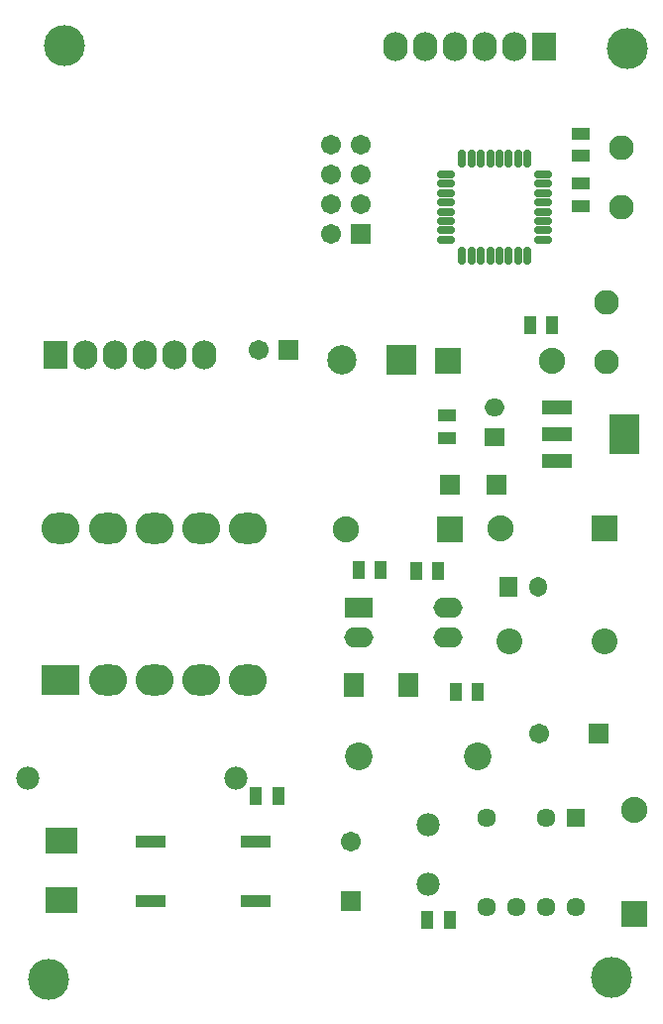
<source format=gts>
G04*
G04 #@! TF.GenerationSoftware,Altium Limited,Altium Designer,21.0.9 (235)*
G04*
G04 Layer_Color=8388736*
%FSTAX24Y24*%
%MOIN*%
G70*
G04*
G04 #@! TF.SameCoordinates,7FC3A568-097F-4849-A274-7F7CC5E3089F*
G04*
G04*
G04 #@! TF.FilePolarity,Negative*
G04*
G01*
G75*
%ADD32R,0.0992X0.0440*%
%ADD35R,0.0592X0.0434*%
%ADD36R,0.0434X0.0592*%
%ADD37R,0.1025X0.1379*%
%ADD38R,0.1025X0.0474*%
%ADD39R,0.0680X0.0680*%
%ADD40R,0.0710X0.0789*%
%ADD41O,0.0611X0.0297*%
%ADD42O,0.0297X0.0611*%
%ADD43R,0.0986X0.0986*%
%ADD44C,0.0986*%
%ADD45O,0.0671X0.0592*%
%ADD46R,0.0671X0.0592*%
%ADD47R,0.0880X0.0880*%
%ADD48C,0.0880*%
%ADD49R,0.0592X0.0671*%
%ADD50O,0.0592X0.0671*%
%ADD51O,0.0980X0.0680*%
%ADD52R,0.0980X0.0680*%
%ADD53R,0.0671X0.0671*%
%ADD54C,0.0671*%
%ADD55C,0.0930*%
%ADD56C,0.0635*%
%ADD57R,0.0635X0.0635*%
%ADD58C,0.0780*%
%ADD59R,0.0671X0.0671*%
%ADD60C,0.1379*%
%ADD61R,0.1281X0.1045*%
%ADD62O,0.1281X0.1045*%
%ADD63C,0.0867*%
%ADD64R,0.1064X0.0867*%
%ADD65O,0.0830X0.0980*%
%ADD66R,0.0830X0.0980*%
%ADD67C,0.0830*%
%ADD68R,0.0880X0.0880*%
D32*
X034273Y017337D02*
D03*
Y019337D02*
D03*
X037814D02*
D03*
Y017337D02*
D03*
D35*
X04874Y042382D02*
D03*
Y04313D02*
D03*
Y040709D02*
D03*
Y041457D02*
D03*
X044242Y033652D02*
D03*
Y032904D02*
D03*
D36*
X047785Y036693D02*
D03*
X047037D02*
D03*
X04126Y028455D02*
D03*
X042008D02*
D03*
X043947Y028435D02*
D03*
X043199D02*
D03*
X038553Y020866D02*
D03*
X037805D02*
D03*
X043583Y016703D02*
D03*
X044331D02*
D03*
X044528Y02437D02*
D03*
X045276D02*
D03*
D37*
X050217Y033031D02*
D03*
D38*
X047933Y032126D02*
D03*
Y033031D02*
D03*
Y033937D02*
D03*
D39*
X045901Y031329D02*
D03*
X044331Y031339D02*
D03*
D40*
X042943Y024587D02*
D03*
X041093D02*
D03*
D41*
X04748Y039567D02*
D03*
Y039882D02*
D03*
Y040197D02*
D03*
Y040512D02*
D03*
Y040827D02*
D03*
Y041142D02*
D03*
Y041457D02*
D03*
Y041772D02*
D03*
X044213D02*
D03*
Y041457D02*
D03*
Y041142D02*
D03*
Y040827D02*
D03*
Y040512D02*
D03*
Y040197D02*
D03*
Y039882D02*
D03*
Y039567D02*
D03*
D42*
X046949Y042303D02*
D03*
X046634D02*
D03*
X046319D02*
D03*
X046004D02*
D03*
X045689D02*
D03*
X045374D02*
D03*
X045059D02*
D03*
X044744D02*
D03*
Y039035D02*
D03*
X045059D02*
D03*
X045374D02*
D03*
X045689D02*
D03*
X046004D02*
D03*
X046319D02*
D03*
X046634D02*
D03*
X046949D02*
D03*
D43*
X042687Y035522D02*
D03*
D44*
X040718D02*
D03*
D45*
X045837Y033923D02*
D03*
D46*
Y032923D02*
D03*
D47*
X044327Y029823D02*
D03*
X049537Y029872D02*
D03*
X044285Y035512D02*
D03*
D48*
X040827Y029823D02*
D03*
X046037Y029872D02*
D03*
X047785Y035512D02*
D03*
X050522Y020409D02*
D03*
D49*
X046289Y027904D02*
D03*
D50*
X047289D02*
D03*
D51*
X044272Y027185D02*
D03*
Y026185D02*
D03*
X041272D02*
D03*
D52*
Y027185D02*
D03*
D53*
X049337Y022972D02*
D03*
X038907Y035846D02*
D03*
D54*
X047337Y022972D02*
D03*
X041004Y019317D02*
D03*
X037907Y035846D02*
D03*
X040325Y042772D02*
D03*
X041325D02*
D03*
X040325Y041772D02*
D03*
X041325D02*
D03*
X040325Y040772D02*
D03*
X041325D02*
D03*
X040325Y039772D02*
D03*
D55*
X045276Y022205D02*
D03*
X041276D02*
D03*
D56*
X045579Y020128D02*
D03*
X047579D02*
D03*
X045579Y017128D02*
D03*
X046579D02*
D03*
X047579D02*
D03*
X048579D02*
D03*
D57*
Y020128D02*
D03*
D58*
X043602Y019884D02*
D03*
Y017884D02*
D03*
X037124Y021466D02*
D03*
X030124D02*
D03*
D59*
X041004Y017317D02*
D03*
X041325Y039772D02*
D03*
D60*
X030827Y014705D02*
D03*
X050295Y046004D02*
D03*
X031378Y046112D02*
D03*
X049783Y014774D02*
D03*
D61*
X03125Y024754D02*
D03*
D62*
X032825D02*
D03*
X0344D02*
D03*
X035974D02*
D03*
X037549D02*
D03*
Y029872D02*
D03*
X035974D02*
D03*
X0344D02*
D03*
X032825D02*
D03*
X03125D02*
D03*
D63*
X049523Y026053D02*
D03*
X046323D02*
D03*
D64*
X03128Y017356D02*
D03*
Y019356D02*
D03*
D65*
X042496Y046073D02*
D03*
X044496D02*
D03*
X045496D02*
D03*
X046496D02*
D03*
X043496D02*
D03*
X036061Y035679D02*
D03*
X034061D02*
D03*
X033061D02*
D03*
X032061D02*
D03*
X035061D02*
D03*
D66*
X047496Y046073D02*
D03*
X031061Y035679D02*
D03*
D67*
X050098Y042673D02*
D03*
Y040673D02*
D03*
X049606Y03547D02*
D03*
Y03747D02*
D03*
D68*
X050522Y016909D02*
D03*
M02*

</source>
